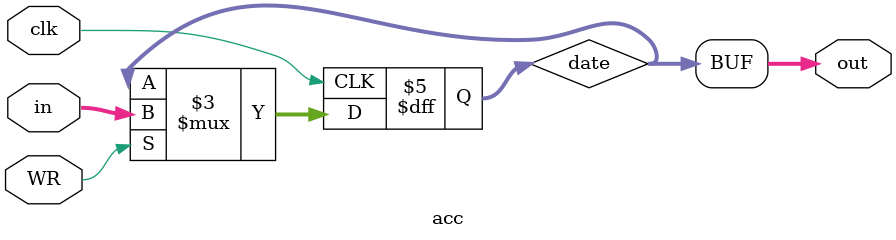
<source format=v>
module acc(clk,WR,in,out);
	input clk,WR;
	input[15:0]in;
	output[15:0]out;
	
	reg[15:0]date;
	initial begin
		date<=0;
	end
	
	assign out=date;
	
	always@(negedge clk)
	begin
		if(WR)date<=in;
	end
	

endmodule
</source>
